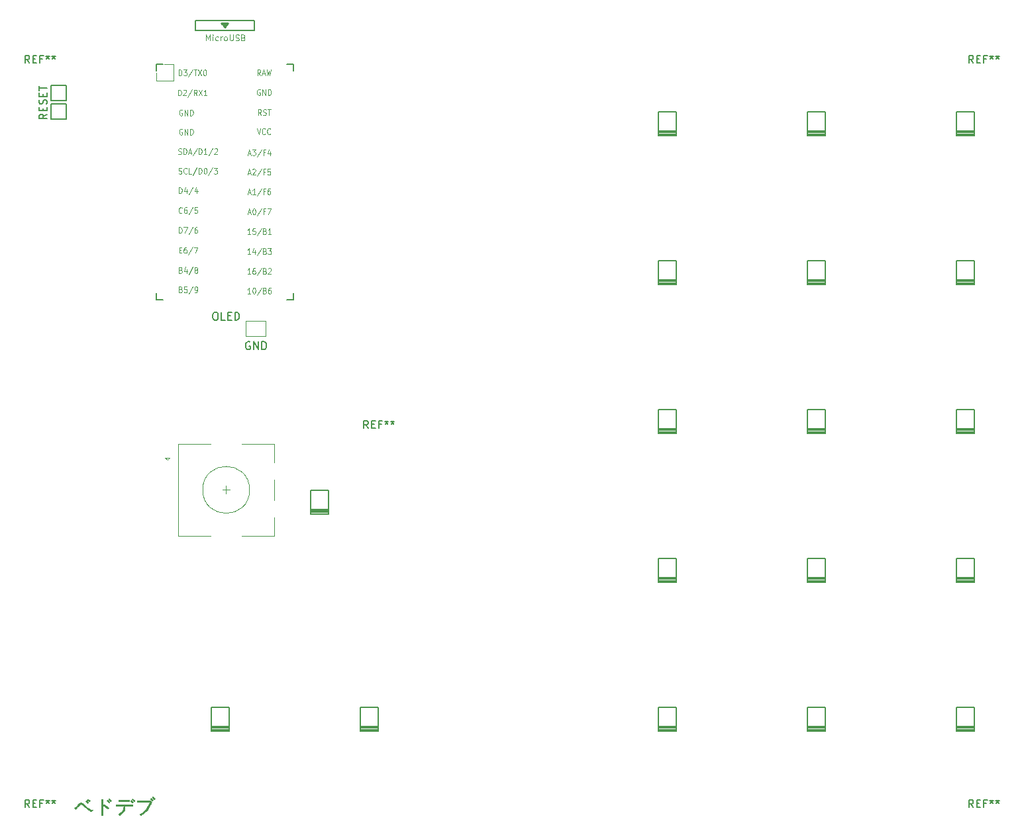
<source format=gbr>
%TF.GenerationSoftware,KiCad,Pcbnew,(5.1.10)-1*%
%TF.CreationDate,2021-07-10T22:05:52+03:00*%
%TF.ProjectId,BedoPadPcb,4265646f-5061-4645-9063-622e6b696361,rev?*%
%TF.SameCoordinates,Original*%
%TF.FileFunction,Legend,Top*%
%TF.FilePolarity,Positive*%
%FSLAX46Y46*%
G04 Gerber Fmt 4.6, Leading zero omitted, Abs format (unit mm)*
G04 Created by KiCad (PCBNEW (5.1.10)-1) date 2021-07-10 22:05:52*
%MOMM*%
%LPD*%
G01*
G04 APERTURE LIST*
%ADD10C,0.120000*%
%ADD11C,0.150000*%
%ADD12C,0.010000*%
%ADD13C,0.203200*%
%ADD14C,0.125000*%
G04 APERTURE END LIST*
D10*
X41910000Y-55626000D02*
X41910000Y-54610000D01*
X44069000Y-53467000D02*
X42926000Y-53467000D01*
X44069000Y-55626000D02*
X44069000Y-53467000D01*
X41910000Y-55626000D02*
X44069000Y-55626000D01*
D11*
X27884380Y-59872380D02*
X27408190Y-60205714D01*
X27884380Y-60443809D02*
X26884380Y-60443809D01*
X26884380Y-60062857D01*
X26932000Y-59967619D01*
X26979619Y-59920000D01*
X27074857Y-59872380D01*
X27217714Y-59872380D01*
X27312952Y-59920000D01*
X27360571Y-59967619D01*
X27408190Y-60062857D01*
X27408190Y-60443809D01*
X27360571Y-59443809D02*
X27360571Y-59110476D01*
X27884380Y-58967619D02*
X27884380Y-59443809D01*
X26884380Y-59443809D01*
X26884380Y-58967619D01*
X27836761Y-58586666D02*
X27884380Y-58443809D01*
X27884380Y-58205714D01*
X27836761Y-58110476D01*
X27789142Y-58062857D01*
X27693904Y-58015238D01*
X27598666Y-58015238D01*
X27503428Y-58062857D01*
X27455809Y-58110476D01*
X27408190Y-58205714D01*
X27360571Y-58396190D01*
X27312952Y-58491428D01*
X27265333Y-58539047D01*
X27170095Y-58586666D01*
X27074857Y-58586666D01*
X26979619Y-58539047D01*
X26932000Y-58491428D01*
X26884380Y-58396190D01*
X26884380Y-58158095D01*
X26932000Y-58015238D01*
X27360571Y-57586666D02*
X27360571Y-57253333D01*
X27884380Y-57110476D02*
X27884380Y-57586666D01*
X26884380Y-57586666D01*
X26884380Y-57110476D01*
X26884380Y-56824761D02*
X26884380Y-56253333D01*
X27884380Y-56539047D02*
X26884380Y-56539047D01*
X53848095Y-89035000D02*
X53752857Y-88987380D01*
X53610000Y-88987380D01*
X53467142Y-89035000D01*
X53371904Y-89130238D01*
X53324285Y-89225476D01*
X53276666Y-89415952D01*
X53276666Y-89558809D01*
X53324285Y-89749285D01*
X53371904Y-89844523D01*
X53467142Y-89939761D01*
X53610000Y-89987380D01*
X53705238Y-89987380D01*
X53848095Y-89939761D01*
X53895714Y-89892142D01*
X53895714Y-89558809D01*
X53705238Y-89558809D01*
X54324285Y-89987380D02*
X54324285Y-88987380D01*
X54895714Y-89987380D01*
X54895714Y-88987380D01*
X55371904Y-89987380D02*
X55371904Y-88987380D01*
X55610000Y-88987380D01*
X55752857Y-89035000D01*
X55848095Y-89130238D01*
X55895714Y-89225476D01*
X55943333Y-89415952D01*
X55943333Y-89558809D01*
X55895714Y-89749285D01*
X55848095Y-89844523D01*
X55752857Y-89939761D01*
X55610000Y-89987380D01*
X55371904Y-89987380D01*
D10*
X53340000Y-88265000D02*
X53340000Y-86360000D01*
X55880000Y-88265000D02*
X53340000Y-88265000D01*
X55880000Y-86360000D02*
X55880000Y-88265000D01*
X53340000Y-86360000D02*
X55880000Y-86360000D01*
D12*
%TO.C,G\u002A\u002A\u002A*%
G36*
X41437142Y-147237652D02*
G01*
X41474683Y-147266526D01*
X41523608Y-147308260D01*
X41548639Y-147330811D01*
X41662076Y-147434756D01*
X41615653Y-147483211D01*
X41583892Y-147513976D01*
X41562209Y-147530671D01*
X41559244Y-147531666D01*
X41543780Y-147520409D01*
X41510389Y-147490155D01*
X41464762Y-147446177D01*
X41434972Y-147416498D01*
X41320686Y-147301330D01*
X41360318Y-147264098D01*
X41393053Y-147238085D01*
X41417163Y-147226876D01*
X41417575Y-147226866D01*
X41437142Y-147237652D01*
G37*
X41437142Y-147237652D02*
X41474683Y-147266526D01*
X41523608Y-147308260D01*
X41548639Y-147330811D01*
X41662076Y-147434756D01*
X41615653Y-147483211D01*
X41583892Y-147513976D01*
X41562209Y-147530671D01*
X41559244Y-147531666D01*
X41543780Y-147520409D01*
X41510389Y-147490155D01*
X41464762Y-147446177D01*
X41434972Y-147416498D01*
X41320686Y-147301330D01*
X41360318Y-147264098D01*
X41393053Y-147238085D01*
X41417163Y-147226876D01*
X41417575Y-147226866D01*
X41437142Y-147237652D01*
G36*
X41220659Y-147407830D02*
G01*
X41255177Y-147438272D01*
X41299075Y-147480849D01*
X41345890Y-147528886D01*
X41389161Y-147575707D01*
X41422427Y-147614637D01*
X41439225Y-147639000D01*
X41440099Y-147642209D01*
X41427635Y-147663756D01*
X41397037Y-147692465D01*
X41391100Y-147696991D01*
X41342101Y-147733218D01*
X41218878Y-147604420D01*
X41095655Y-147475621D01*
X41141821Y-147435910D01*
X41176065Y-147409518D01*
X41199947Y-147396491D01*
X41201981Y-147396199D01*
X41220659Y-147407830D01*
G37*
X41220659Y-147407830D02*
X41255177Y-147438272D01*
X41299075Y-147480849D01*
X41345890Y-147528886D01*
X41389161Y-147575707D01*
X41422427Y-147614637D01*
X41439225Y-147639000D01*
X41440099Y-147642209D01*
X41427635Y-147663756D01*
X41397037Y-147692465D01*
X41391100Y-147696991D01*
X41342101Y-147733218D01*
X41218878Y-147604420D01*
X41095655Y-147475621D01*
X41141821Y-147435910D01*
X41176065Y-147409518D01*
X41199947Y-147396491D01*
X41201981Y-147396199D01*
X41220659Y-147407830D01*
G36*
X35852810Y-147457804D02*
G01*
X35888213Y-147486875D01*
X35936319Y-147529199D01*
X35969445Y-147559461D01*
X36090914Y-147671922D01*
X36044539Y-147720327D01*
X36012793Y-147751074D01*
X35991127Y-147767746D01*
X35988177Y-147768733D01*
X35972754Y-147757468D01*
X35939314Y-147727142D01*
X35893463Y-147682964D01*
X35860991Y-147650628D01*
X35743791Y-147532523D01*
X35783964Y-147489761D01*
X35814091Y-147461009D01*
X35834675Y-147447210D01*
X35836057Y-147446999D01*
X35852810Y-147457804D01*
G37*
X35852810Y-147457804D02*
X35888213Y-147486875D01*
X35936319Y-147529199D01*
X35969445Y-147559461D01*
X36090914Y-147671922D01*
X36044539Y-147720327D01*
X36012793Y-147751074D01*
X35991127Y-147767746D01*
X35988177Y-147768733D01*
X35972754Y-147757468D01*
X35939314Y-147727142D01*
X35893463Y-147682964D01*
X35860991Y-147650628D01*
X35743791Y-147532523D01*
X35783964Y-147489761D01*
X35814091Y-147461009D01*
X35834675Y-147447210D01*
X35836057Y-147446999D01*
X35852810Y-147457804D01*
G36*
X38866948Y-147508659D02*
G01*
X38902495Y-147536962D01*
X38947748Y-147576297D01*
X38995725Y-147620252D01*
X39039448Y-147662416D01*
X39071935Y-147696377D01*
X39086208Y-147715722D01*
X39086366Y-147716690D01*
X39074072Y-147733627D01*
X39043896Y-147759810D01*
X39038053Y-147764217D01*
X38989740Y-147799936D01*
X38867584Y-147676960D01*
X38745428Y-147553983D01*
X38788301Y-147525891D01*
X38824219Y-147505738D01*
X38848084Y-147497800D01*
X38866948Y-147508659D01*
G37*
X38866948Y-147508659D02*
X38902495Y-147536962D01*
X38947748Y-147576297D01*
X38995725Y-147620252D01*
X39039448Y-147662416D01*
X39071935Y-147696377D01*
X39086208Y-147715722D01*
X39086366Y-147716690D01*
X39074072Y-147733627D01*
X39043896Y-147759810D01*
X39038053Y-147764217D01*
X38989740Y-147799936D01*
X38867584Y-147676960D01*
X38745428Y-147553983D01*
X38788301Y-147525891D01*
X38824219Y-147505738D01*
X38848084Y-147497800D01*
X38866948Y-147508659D01*
G36*
X38420030Y-147717933D02*
G01*
X38418893Y-147802600D01*
X37037433Y-147802600D01*
X37037433Y-147633266D01*
X38421166Y-147633266D01*
X38420030Y-147717933D01*
G37*
X38420030Y-147717933D02*
X38418893Y-147802600D01*
X37037433Y-147802600D01*
X37037433Y-147633266D01*
X38421166Y-147633266D01*
X38420030Y-147717933D01*
G36*
X33133865Y-147525769D02*
G01*
X33168549Y-147555434D01*
X33215557Y-147598562D01*
X33246276Y-147627832D01*
X33363426Y-147740930D01*
X33317661Y-147788698D01*
X33286299Y-147818711D01*
X33265110Y-147834059D01*
X33262365Y-147834621D01*
X33247176Y-147822573D01*
X33213716Y-147791511D01*
X33167436Y-147746593D01*
X33129699Y-147709035D01*
X33006566Y-147585295D01*
X33056113Y-147550014D01*
X33091989Y-147526589D01*
X33115576Y-147515000D01*
X33117393Y-147514733D01*
X33133865Y-147525769D01*
G37*
X33133865Y-147525769D02*
X33168549Y-147555434D01*
X33215557Y-147598562D01*
X33246276Y-147627832D01*
X33363426Y-147740930D01*
X33317661Y-147788698D01*
X33286299Y-147818711D01*
X33265110Y-147834059D01*
X33262365Y-147834621D01*
X33247176Y-147822573D01*
X33213716Y-147791511D01*
X33167436Y-147746593D01*
X33129699Y-147709035D01*
X33006566Y-147585295D01*
X33056113Y-147550014D01*
X33091989Y-147526589D01*
X33115576Y-147515000D01*
X33117393Y-147514733D01*
X33133865Y-147525769D01*
G36*
X35757149Y-147743164D02*
G01*
X35809090Y-147796755D01*
X35849310Y-147842419D01*
X35873234Y-147874678D01*
X35877531Y-147887216D01*
X35857871Y-147906885D01*
X35823453Y-147933219D01*
X35821954Y-147934254D01*
X35775900Y-147965885D01*
X35653534Y-147836226D01*
X35531169Y-147706566D01*
X35579207Y-147660543D01*
X35627246Y-147614519D01*
X35757149Y-147743164D01*
G37*
X35757149Y-147743164D02*
X35809090Y-147796755D01*
X35849310Y-147842419D01*
X35873234Y-147874678D01*
X35877531Y-147887216D01*
X35857871Y-147906885D01*
X35823453Y-147933219D01*
X35821954Y-147934254D01*
X35775900Y-147965885D01*
X35653534Y-147836226D01*
X35531169Y-147706566D01*
X35579207Y-147660543D01*
X35627246Y-147614519D01*
X35757149Y-147743164D01*
G36*
X38751267Y-147783459D02*
G01*
X38874700Y-147901259D01*
X38833648Y-147945062D01*
X38803762Y-147974188D01*
X38783945Y-147988549D01*
X38782424Y-147988866D01*
X38767030Y-147977535D01*
X38733604Y-147946970D01*
X38687626Y-147902312D01*
X38651576Y-147866100D01*
X38530900Y-147743333D01*
X38579367Y-147704496D01*
X38627834Y-147665660D01*
X38751267Y-147783459D01*
G37*
X38751267Y-147783459D02*
X38874700Y-147901259D01*
X38833648Y-147945062D01*
X38803762Y-147974188D01*
X38783945Y-147988549D01*
X38782424Y-147988866D01*
X38767030Y-147977535D01*
X38733604Y-147946970D01*
X38687626Y-147902312D01*
X38651576Y-147866100D01*
X38530900Y-147743333D01*
X38579367Y-147704496D01*
X38627834Y-147665660D01*
X38751267Y-147783459D01*
G36*
X32970028Y-147749103D02*
G01*
X33016419Y-147789050D01*
X33065066Y-147835985D01*
X33109427Y-147882915D01*
X33142961Y-147922847D01*
X33159124Y-147948786D01*
X33159699Y-147951864D01*
X33147890Y-147968122D01*
X33120045Y-147993757D01*
X33087537Y-148019477D01*
X33061739Y-148035987D01*
X33054552Y-148037783D01*
X33041573Y-148025526D01*
X33010447Y-147993941D01*
X32966315Y-147948288D01*
X32930314Y-147910649D01*
X32810994Y-147785397D01*
X32857350Y-147740985D01*
X32903705Y-147696574D01*
X32970028Y-147749103D01*
G37*
X32970028Y-147749103D02*
X33016419Y-147789050D01*
X33065066Y-147835985D01*
X33109427Y-147882915D01*
X33142961Y-147922847D01*
X33159124Y-147948786D01*
X33159699Y-147951864D01*
X33147890Y-147968122D01*
X33120045Y-147993757D01*
X33087537Y-148019477D01*
X33061739Y-148035987D01*
X33054552Y-148037783D01*
X33041573Y-148025526D01*
X33010447Y-147993941D01*
X32966315Y-147948288D01*
X32930314Y-147910649D01*
X32810994Y-147785397D01*
X32857350Y-147740985D01*
X32903705Y-147696574D01*
X32970028Y-147749103D01*
G36*
X35232269Y-148237397D02*
G01*
X35287222Y-148268025D01*
X35356182Y-148310980D01*
X35433793Y-148362408D01*
X35514698Y-148418453D01*
X35593540Y-148475261D01*
X35664963Y-148528977D01*
X35723610Y-148575745D01*
X35764123Y-148611711D01*
X35780874Y-148632195D01*
X35771409Y-148647558D01*
X35744282Y-148675135D01*
X35708852Y-148706724D01*
X35674480Y-148734124D01*
X35650526Y-148749134D01*
X35646463Y-148749965D01*
X35631675Y-148739404D01*
X35597443Y-148712017D01*
X35550117Y-148672924D01*
X35530366Y-148656355D01*
X35470445Y-148608404D01*
X35392995Y-148549995D01*
X35308863Y-148489163D01*
X35242500Y-148443110D01*
X35175790Y-148396486D01*
X35121247Y-148355685D01*
X35084041Y-148324776D01*
X35069341Y-148307825D01*
X35069349Y-148306872D01*
X35081844Y-148283648D01*
X35106270Y-148247568D01*
X35109919Y-148242584D01*
X35145839Y-148193999D01*
X35232269Y-148237397D01*
G37*
X35232269Y-148237397D02*
X35287222Y-148268025D01*
X35356182Y-148310980D01*
X35433793Y-148362408D01*
X35514698Y-148418453D01*
X35593540Y-148475261D01*
X35664963Y-148528977D01*
X35723610Y-148575745D01*
X35764123Y-148611711D01*
X35780874Y-148632195D01*
X35771409Y-148647558D01*
X35744282Y-148675135D01*
X35708852Y-148706724D01*
X35674480Y-148734124D01*
X35650526Y-148749134D01*
X35646463Y-148749965D01*
X35631675Y-148739404D01*
X35597443Y-148712017D01*
X35550117Y-148672924D01*
X35530366Y-148656355D01*
X35470445Y-148608404D01*
X35392995Y-148549995D01*
X35308863Y-148489163D01*
X35242500Y-148443110D01*
X35175790Y-148396486D01*
X35121247Y-148355685D01*
X35084041Y-148324776D01*
X35069341Y-148307825D01*
X35069349Y-148306872D01*
X35081844Y-148283648D01*
X35106270Y-148247568D01*
X35109919Y-148242584D01*
X35145839Y-148193999D01*
X35232269Y-148237397D01*
G36*
X32251820Y-147968326D02*
G01*
X32273754Y-147978446D01*
X32317172Y-148002472D01*
X32373287Y-148039689D01*
X32444800Y-148092119D01*
X32534411Y-148161788D01*
X32644821Y-148250721D01*
X32727900Y-148318891D01*
X32919644Y-148472971D01*
X33091696Y-148602351D01*
X33246044Y-148708346D01*
X33384675Y-148792275D01*
X33509580Y-148855453D01*
X33584540Y-148886085D01*
X33640076Y-148906884D01*
X33681697Y-148923306D01*
X33700469Y-148931825D01*
X33700510Y-148931857D01*
X33694455Y-148946132D01*
X33670294Y-148975099D01*
X33635553Y-149011315D01*
X33597756Y-149047336D01*
X33564428Y-149075717D01*
X33543095Y-149089014D01*
X33541407Y-149089248D01*
X33516753Y-149080865D01*
X33477082Y-149060339D01*
X33464499Y-149052910D01*
X33338729Y-148974136D01*
X33215538Y-148891943D01*
X33088785Y-148801912D01*
X32952326Y-148699620D01*
X32800018Y-148580647D01*
X32724377Y-148520252D01*
X32625246Y-148441403D01*
X32530875Y-148367721D01*
X32445598Y-148302488D01*
X32373754Y-148248980D01*
X32319677Y-148210479D01*
X32288640Y-148190749D01*
X32241505Y-148167809D01*
X32210435Y-148160896D01*
X32182650Y-148168290D01*
X32169787Y-148174765D01*
X32145937Y-148193136D01*
X32102339Y-148232227D01*
X32042789Y-148288414D01*
X31971082Y-148358072D01*
X31891013Y-148437577D01*
X31829185Y-148500034D01*
X31747518Y-148582688D01*
X31673555Y-148656696D01*
X31610620Y-148718801D01*
X31562034Y-148765749D01*
X31531121Y-148794284D01*
X31521365Y-148801666D01*
X31504129Y-148790704D01*
X31471027Y-148762270D01*
X31437874Y-148730898D01*
X31365766Y-148660129D01*
X31454166Y-148601272D01*
X31492720Y-148571528D01*
X31549871Y-148522091D01*
X31620611Y-148457558D01*
X31699933Y-148382522D01*
X31782829Y-148301579D01*
X31806597Y-148277883D01*
X31912735Y-148173607D01*
X32002206Y-148090038D01*
X32073418Y-148028581D01*
X32124783Y-147990644D01*
X32141638Y-147981329D01*
X32187335Y-147962501D01*
X32218708Y-147958284D01*
X32251820Y-147968326D01*
G37*
X32251820Y-147968326D02*
X32273754Y-147978446D01*
X32317172Y-148002472D01*
X32373287Y-148039689D01*
X32444800Y-148092119D01*
X32534411Y-148161788D01*
X32644821Y-148250721D01*
X32727900Y-148318891D01*
X32919644Y-148472971D01*
X33091696Y-148602351D01*
X33246044Y-148708346D01*
X33384675Y-148792275D01*
X33509580Y-148855453D01*
X33584540Y-148886085D01*
X33640076Y-148906884D01*
X33681697Y-148923306D01*
X33700469Y-148931825D01*
X33700510Y-148931857D01*
X33694455Y-148946132D01*
X33670294Y-148975099D01*
X33635553Y-149011315D01*
X33597756Y-149047336D01*
X33564428Y-149075717D01*
X33543095Y-149089014D01*
X33541407Y-149089248D01*
X33516753Y-149080865D01*
X33477082Y-149060339D01*
X33464499Y-149052910D01*
X33338729Y-148974136D01*
X33215538Y-148891943D01*
X33088785Y-148801912D01*
X32952326Y-148699620D01*
X32800018Y-148580647D01*
X32724377Y-148520252D01*
X32625246Y-148441403D01*
X32530875Y-148367721D01*
X32445598Y-148302488D01*
X32373754Y-148248980D01*
X32319677Y-148210479D01*
X32288640Y-148190749D01*
X32241505Y-148167809D01*
X32210435Y-148160896D01*
X32182650Y-148168290D01*
X32169787Y-148174765D01*
X32145937Y-148193136D01*
X32102339Y-148232227D01*
X32042789Y-148288414D01*
X31971082Y-148358072D01*
X31891013Y-148437577D01*
X31829185Y-148500034D01*
X31747518Y-148582688D01*
X31673555Y-148656696D01*
X31610620Y-148718801D01*
X31562034Y-148765749D01*
X31531121Y-148794284D01*
X31521365Y-148801666D01*
X31504129Y-148790704D01*
X31471027Y-148762270D01*
X31437874Y-148730898D01*
X31365766Y-148660129D01*
X31454166Y-148601272D01*
X31492720Y-148571528D01*
X31549871Y-148522091D01*
X31620611Y-148457558D01*
X31699933Y-148382522D01*
X31782829Y-148301579D01*
X31806597Y-148277883D01*
X31912735Y-148173607D01*
X32002206Y-148090038D01*
X32073418Y-148028581D01*
X32124783Y-147990644D01*
X32141638Y-147981329D01*
X32187335Y-147962501D01*
X32218708Y-147958284D01*
X32251820Y-147968326D01*
G36*
X38781566Y-148360855D02*
G01*
X38320133Y-148365361D01*
X37858700Y-148369866D01*
X37847641Y-148513800D01*
X37819506Y-148717090D01*
X37767086Y-148898935D01*
X37688742Y-149063070D01*
X37582834Y-149213231D01*
X37502123Y-149301440D01*
X37449054Y-149350386D01*
X37384634Y-149403781D01*
X37316928Y-149455580D01*
X37254002Y-149499733D01*
X37203922Y-149530195D01*
X37185936Y-149538506D01*
X37162160Y-149532529D01*
X37124269Y-149508683D01*
X37096700Y-149486274D01*
X37062431Y-149451950D01*
X37045435Y-149426807D01*
X37046782Y-149418409D01*
X37069350Y-149406438D01*
X37112130Y-149382139D01*
X37166259Y-149350553D01*
X37171475Y-149347472D01*
X37301179Y-149252848D01*
X37417659Y-149132959D01*
X37517278Y-148994085D01*
X37596398Y-148842506D01*
X37651383Y-148684501D01*
X37678597Y-148526350D01*
X37680900Y-148467908D01*
X37680900Y-148361400D01*
X36698766Y-148361400D01*
X36698766Y-148209000D01*
X38781566Y-148209000D01*
X38781566Y-148360855D01*
G37*
X38781566Y-148360855D02*
X38320133Y-148365361D01*
X37858700Y-148369866D01*
X37847641Y-148513800D01*
X37819506Y-148717090D01*
X37767086Y-148898935D01*
X37688742Y-149063070D01*
X37582834Y-149213231D01*
X37502123Y-149301440D01*
X37449054Y-149350386D01*
X37384634Y-149403781D01*
X37316928Y-149455580D01*
X37254002Y-149499733D01*
X37203922Y-149530195D01*
X37185936Y-149538506D01*
X37162160Y-149532529D01*
X37124269Y-149508683D01*
X37096700Y-149486274D01*
X37062431Y-149451950D01*
X37045435Y-149426807D01*
X37046782Y-149418409D01*
X37069350Y-149406438D01*
X37112130Y-149382139D01*
X37166259Y-149350553D01*
X37171475Y-149347472D01*
X37301179Y-149252848D01*
X37417659Y-149132959D01*
X37517278Y-148994085D01*
X37596398Y-148842506D01*
X37651383Y-148684501D01*
X37678597Y-148526350D01*
X37680900Y-148467908D01*
X37680900Y-148361400D01*
X36698766Y-148361400D01*
X36698766Y-148209000D01*
X38781566Y-148209000D01*
X38781566Y-148360855D01*
G36*
X41125502Y-147742213D02*
G01*
X41158325Y-147761229D01*
X41202578Y-147798874D01*
X41203033Y-147799280D01*
X41279233Y-147867385D01*
X41248639Y-147915426D01*
X41223770Y-147959677D01*
X41195065Y-148017967D01*
X41181508Y-148048133D01*
X41117711Y-148188498D01*
X41045502Y-148334852D01*
X40969968Y-148477561D01*
X40896194Y-148606990D01*
X40833882Y-148706606D01*
X40751144Y-148820349D01*
X40649485Y-148943573D01*
X40537399Y-149067010D01*
X40423380Y-149181389D01*
X40315921Y-149277441D01*
X40296087Y-149293538D01*
X40237154Y-149338146D01*
X40167639Y-149387243D01*
X40093672Y-149436921D01*
X40021383Y-149483269D01*
X39956902Y-149522378D01*
X39906358Y-149550337D01*
X39875880Y-149563237D01*
X39872605Y-149563666D01*
X39850603Y-149551312D01*
X39817847Y-149519732D01*
X39796948Y-149495152D01*
X39767480Y-149455573D01*
X39750613Y-149428190D01*
X39748958Y-149420989D01*
X39766339Y-149410901D01*
X39804688Y-149390736D01*
X39841314Y-149372113D01*
X39969845Y-149299136D01*
X40107211Y-149206542D01*
X40242590Y-149102294D01*
X40365162Y-148994354D01*
X40397075Y-148963188D01*
X40571463Y-148769131D01*
X40722993Y-148558480D01*
X40855622Y-148326604D01*
X40894840Y-148247320D01*
X40933993Y-148163643D01*
X40970242Y-148082176D01*
X41000749Y-148009522D01*
X41022677Y-147952284D01*
X41033187Y-147917065D01*
X41033699Y-147912280D01*
X41017309Y-147910674D01*
X40970307Y-147909175D01*
X40895949Y-147907814D01*
X40797490Y-147906623D01*
X40678186Y-147905634D01*
X40541291Y-147904880D01*
X40390062Y-147904391D01*
X40227753Y-147904201D01*
X40212433Y-147904200D01*
X39391166Y-147904200D01*
X39391166Y-147751800D01*
X40174333Y-147751652D01*
X40337251Y-147751404D01*
X40492379Y-147750753D01*
X40635885Y-147749744D01*
X40763937Y-147748422D01*
X40872705Y-147746834D01*
X40958358Y-147745024D01*
X41017064Y-147743038D01*
X41042166Y-147741340D01*
X41091114Y-147737143D01*
X41125502Y-147742213D01*
G37*
X41125502Y-147742213D02*
X41158325Y-147761229D01*
X41202578Y-147798874D01*
X41203033Y-147799280D01*
X41279233Y-147867385D01*
X41248639Y-147915426D01*
X41223770Y-147959677D01*
X41195065Y-148017967D01*
X41181508Y-148048133D01*
X41117711Y-148188498D01*
X41045502Y-148334852D01*
X40969968Y-148477561D01*
X40896194Y-148606990D01*
X40833882Y-148706606D01*
X40751144Y-148820349D01*
X40649485Y-148943573D01*
X40537399Y-149067010D01*
X40423380Y-149181389D01*
X40315921Y-149277441D01*
X40296087Y-149293538D01*
X40237154Y-149338146D01*
X40167639Y-149387243D01*
X40093672Y-149436921D01*
X40021383Y-149483269D01*
X39956902Y-149522378D01*
X39906358Y-149550337D01*
X39875880Y-149563237D01*
X39872605Y-149563666D01*
X39850603Y-149551312D01*
X39817847Y-149519732D01*
X39796948Y-149495152D01*
X39767480Y-149455573D01*
X39750613Y-149428190D01*
X39748958Y-149420989D01*
X39766339Y-149410901D01*
X39804688Y-149390736D01*
X39841314Y-149372113D01*
X39969845Y-149299136D01*
X40107211Y-149206542D01*
X40242590Y-149102294D01*
X40365162Y-148994354D01*
X40397075Y-148963188D01*
X40571463Y-148769131D01*
X40722993Y-148558480D01*
X40855622Y-148326604D01*
X40894840Y-148247320D01*
X40933993Y-148163643D01*
X40970242Y-148082176D01*
X41000749Y-148009522D01*
X41022677Y-147952284D01*
X41033187Y-147917065D01*
X41033699Y-147912280D01*
X41017309Y-147910674D01*
X40970307Y-147909175D01*
X40895949Y-147907814D01*
X40797490Y-147906623D01*
X40678186Y-147905634D01*
X40541291Y-147904880D01*
X40390062Y-147904391D01*
X40227753Y-147904201D01*
X40212433Y-147904200D01*
X39391166Y-147904200D01*
X39391166Y-147751800D01*
X40174333Y-147751652D01*
X40337251Y-147751404D01*
X40492379Y-147750753D01*
X40635885Y-147749744D01*
X40763937Y-147748422D01*
X40872705Y-147746834D01*
X40958358Y-147745024D01*
X41017064Y-147743038D01*
X41042166Y-147741340D01*
X41091114Y-147737143D01*
X41125502Y-147742213D01*
G36*
X34925000Y-147522062D02*
G01*
X34976504Y-147530676D01*
X35012541Y-147540135D01*
X35022366Y-147545410D01*
X35023814Y-147563998D01*
X35025023Y-147613461D01*
X35025982Y-147690807D01*
X35026681Y-147793047D01*
X35027108Y-147917189D01*
X35027255Y-148060243D01*
X35027109Y-148219217D01*
X35026660Y-148391120D01*
X35025960Y-148560366D01*
X35021087Y-149563666D01*
X34836100Y-149563666D01*
X34836100Y-147510370D01*
X34925000Y-147522062D01*
G37*
X34925000Y-147522062D02*
X34976504Y-147530676D01*
X35012541Y-147540135D01*
X35022366Y-147545410D01*
X35023814Y-147563998D01*
X35025023Y-147613461D01*
X35025982Y-147690807D01*
X35026681Y-147793047D01*
X35027108Y-147917189D01*
X35027255Y-148060243D01*
X35027109Y-148219217D01*
X35026660Y-148391120D01*
X35025960Y-148560366D01*
X35021087Y-149563666D01*
X34836100Y-149563666D01*
X34836100Y-147510370D01*
X34925000Y-147522062D01*
D13*
%TO.C,D1*%
X61563250Y-108013500D02*
X63849250Y-108013500D01*
X61563250Y-111061500D02*
X61563250Y-108013500D01*
X63849250Y-111061500D02*
X61563250Y-111061500D01*
X63849250Y-108013500D02*
X63849250Y-111061500D01*
D11*
X61606250Y-110837500D02*
X63706250Y-110837500D01*
X63806250Y-110837500D02*
X63706250Y-110837500D01*
X63706250Y-110837500D02*
X63806250Y-110837500D01*
X63806250Y-110637500D02*
X61606250Y-110637500D01*
X61606250Y-110437500D02*
X63806250Y-110437500D01*
D13*
%TO.C,D2*%
X48863250Y-135794750D02*
X51149250Y-135794750D01*
X48863250Y-138842750D02*
X48863250Y-135794750D01*
X51149250Y-138842750D02*
X48863250Y-138842750D01*
X51149250Y-135794750D02*
X51149250Y-138842750D01*
D11*
X48906250Y-138618750D02*
X51006250Y-138618750D01*
X51106250Y-138618750D02*
X51006250Y-138618750D01*
X51006250Y-138618750D02*
X51106250Y-138618750D01*
X51106250Y-138418750D02*
X48906250Y-138418750D01*
X48906250Y-138218750D02*
X51106250Y-138218750D01*
D13*
%TO.C,D3*%
X67913250Y-135794750D02*
X70199250Y-135794750D01*
X67913250Y-138842750D02*
X67913250Y-135794750D01*
X70199250Y-138842750D02*
X67913250Y-138842750D01*
X70199250Y-135794750D02*
X70199250Y-138842750D01*
D11*
X67956250Y-138618750D02*
X70056250Y-138618750D01*
X70156250Y-138618750D02*
X70056250Y-138618750D01*
X70056250Y-138618750D02*
X70156250Y-138618750D01*
X70156250Y-138418750D02*
X67956250Y-138418750D01*
X67956250Y-138218750D02*
X70156250Y-138218750D01*
D13*
%TO.C,D4*%
X106013250Y-59594750D02*
X108299250Y-59594750D01*
X106013250Y-62642750D02*
X106013250Y-59594750D01*
X108299250Y-62642750D02*
X106013250Y-62642750D01*
X108299250Y-59594750D02*
X108299250Y-62642750D01*
D11*
X106056250Y-62418750D02*
X108156250Y-62418750D01*
X108256250Y-62418750D02*
X108156250Y-62418750D01*
X108156250Y-62418750D02*
X108256250Y-62418750D01*
X108256250Y-62218750D02*
X106056250Y-62218750D01*
X106056250Y-62018750D02*
X108256250Y-62018750D01*
D13*
%TO.C,D5*%
X106013250Y-78644750D02*
X108299250Y-78644750D01*
X106013250Y-81692750D02*
X106013250Y-78644750D01*
X108299250Y-81692750D02*
X106013250Y-81692750D01*
X108299250Y-78644750D02*
X108299250Y-81692750D01*
D11*
X106056250Y-81468750D02*
X108156250Y-81468750D01*
X108256250Y-81468750D02*
X108156250Y-81468750D01*
X108156250Y-81468750D02*
X108256250Y-81468750D01*
X108256250Y-81268750D02*
X106056250Y-81268750D01*
X106056250Y-81068750D02*
X108256250Y-81068750D01*
D13*
%TO.C,D6*%
X106013250Y-97694750D02*
X108299250Y-97694750D01*
X106013250Y-100742750D02*
X106013250Y-97694750D01*
X108299250Y-100742750D02*
X106013250Y-100742750D01*
X108299250Y-97694750D02*
X108299250Y-100742750D01*
D11*
X106056250Y-100518750D02*
X108156250Y-100518750D01*
X108256250Y-100518750D02*
X108156250Y-100518750D01*
X108156250Y-100518750D02*
X108256250Y-100518750D01*
X108256250Y-100318750D02*
X106056250Y-100318750D01*
X106056250Y-100118750D02*
X108256250Y-100118750D01*
D13*
%TO.C,D7*%
X106013250Y-116744750D02*
X108299250Y-116744750D01*
X106013250Y-119792750D02*
X106013250Y-116744750D01*
X108299250Y-119792750D02*
X106013250Y-119792750D01*
X108299250Y-116744750D02*
X108299250Y-119792750D01*
D11*
X106056250Y-119568750D02*
X108156250Y-119568750D01*
X108256250Y-119568750D02*
X108156250Y-119568750D01*
X108156250Y-119568750D02*
X108256250Y-119568750D01*
X108256250Y-119368750D02*
X106056250Y-119368750D01*
X106056250Y-119168750D02*
X108256250Y-119168750D01*
D13*
%TO.C,D8*%
X106013250Y-135794750D02*
X108299250Y-135794750D01*
X106013250Y-138842750D02*
X106013250Y-135794750D01*
X108299250Y-138842750D02*
X106013250Y-138842750D01*
X108299250Y-135794750D02*
X108299250Y-138842750D01*
D11*
X106056250Y-138618750D02*
X108156250Y-138618750D01*
X108256250Y-138618750D02*
X108156250Y-138618750D01*
X108156250Y-138618750D02*
X108256250Y-138618750D01*
X108256250Y-138418750D02*
X106056250Y-138418750D01*
X106056250Y-138218750D02*
X108256250Y-138218750D01*
D13*
%TO.C,D9*%
X125063250Y-59594750D02*
X127349250Y-59594750D01*
X125063250Y-62642750D02*
X125063250Y-59594750D01*
X127349250Y-62642750D02*
X125063250Y-62642750D01*
X127349250Y-59594750D02*
X127349250Y-62642750D01*
D11*
X125106250Y-62418750D02*
X127206250Y-62418750D01*
X127306250Y-62418750D02*
X127206250Y-62418750D01*
X127206250Y-62418750D02*
X127306250Y-62418750D01*
X127306250Y-62218750D02*
X125106250Y-62218750D01*
X125106250Y-62018750D02*
X127306250Y-62018750D01*
D13*
%TO.C,D10*%
X125063250Y-78644750D02*
X127349250Y-78644750D01*
X125063250Y-81692750D02*
X125063250Y-78644750D01*
X127349250Y-81692750D02*
X125063250Y-81692750D01*
X127349250Y-78644750D02*
X127349250Y-81692750D01*
D11*
X125106250Y-81468750D02*
X127206250Y-81468750D01*
X127306250Y-81468750D02*
X127206250Y-81468750D01*
X127206250Y-81468750D02*
X127306250Y-81468750D01*
X127306250Y-81268750D02*
X125106250Y-81268750D01*
X125106250Y-81068750D02*
X127306250Y-81068750D01*
D13*
%TO.C,D11*%
X125063250Y-97694750D02*
X127349250Y-97694750D01*
X125063250Y-100742750D02*
X125063250Y-97694750D01*
X127349250Y-100742750D02*
X125063250Y-100742750D01*
X127349250Y-97694750D02*
X127349250Y-100742750D01*
D11*
X125106250Y-100518750D02*
X127206250Y-100518750D01*
X127306250Y-100518750D02*
X127206250Y-100518750D01*
X127206250Y-100518750D02*
X127306250Y-100518750D01*
X127306250Y-100318750D02*
X125106250Y-100318750D01*
X125106250Y-100118750D02*
X127306250Y-100118750D01*
D13*
%TO.C,D12*%
X125063250Y-116744750D02*
X127349250Y-116744750D01*
X125063250Y-119792750D02*
X125063250Y-116744750D01*
X127349250Y-119792750D02*
X125063250Y-119792750D01*
X127349250Y-116744750D02*
X127349250Y-119792750D01*
D11*
X125106250Y-119568750D02*
X127206250Y-119568750D01*
X127306250Y-119568750D02*
X127206250Y-119568750D01*
X127206250Y-119568750D02*
X127306250Y-119568750D01*
X127306250Y-119368750D02*
X125106250Y-119368750D01*
X125106250Y-119168750D02*
X127306250Y-119168750D01*
D13*
%TO.C,D13*%
X125063250Y-135794750D02*
X127349250Y-135794750D01*
X125063250Y-138842750D02*
X125063250Y-135794750D01*
X127349250Y-138842750D02*
X125063250Y-138842750D01*
X127349250Y-135794750D02*
X127349250Y-138842750D01*
D11*
X125106250Y-138618750D02*
X127206250Y-138618750D01*
X127306250Y-138618750D02*
X127206250Y-138618750D01*
X127206250Y-138618750D02*
X127306250Y-138618750D01*
X127306250Y-138418750D02*
X125106250Y-138418750D01*
X125106250Y-138218750D02*
X127306250Y-138218750D01*
D13*
%TO.C,D14*%
X144113250Y-59594750D02*
X146399250Y-59594750D01*
X144113250Y-62642750D02*
X144113250Y-59594750D01*
X146399250Y-62642750D02*
X144113250Y-62642750D01*
X146399250Y-59594750D02*
X146399250Y-62642750D01*
D11*
X144156250Y-62418750D02*
X146256250Y-62418750D01*
X146356250Y-62418750D02*
X146256250Y-62418750D01*
X146256250Y-62418750D02*
X146356250Y-62418750D01*
X146356250Y-62218750D02*
X144156250Y-62218750D01*
X144156250Y-62018750D02*
X146356250Y-62018750D01*
D13*
%TO.C,D15*%
X144113250Y-78644750D02*
X146399250Y-78644750D01*
X144113250Y-81692750D02*
X144113250Y-78644750D01*
X146399250Y-81692750D02*
X144113250Y-81692750D01*
X146399250Y-78644750D02*
X146399250Y-81692750D01*
D11*
X144156250Y-81468750D02*
X146256250Y-81468750D01*
X146356250Y-81468750D02*
X146256250Y-81468750D01*
X146256250Y-81468750D02*
X146356250Y-81468750D01*
X146356250Y-81268750D02*
X144156250Y-81268750D01*
X144156250Y-81068750D02*
X146356250Y-81068750D01*
D13*
%TO.C,D16*%
X144113250Y-97694750D02*
X146399250Y-97694750D01*
X144113250Y-100742750D02*
X144113250Y-97694750D01*
X146399250Y-100742750D02*
X144113250Y-100742750D01*
X146399250Y-97694750D02*
X146399250Y-100742750D01*
D11*
X144156250Y-100518750D02*
X146256250Y-100518750D01*
X146356250Y-100518750D02*
X146256250Y-100518750D01*
X146256250Y-100518750D02*
X146356250Y-100518750D01*
X146356250Y-100318750D02*
X144156250Y-100318750D01*
X144156250Y-100118750D02*
X146356250Y-100118750D01*
D13*
%TO.C,D17*%
X144113250Y-116744750D02*
X146399250Y-116744750D01*
X144113250Y-119792750D02*
X144113250Y-116744750D01*
X146399250Y-119792750D02*
X144113250Y-119792750D01*
X146399250Y-116744750D02*
X146399250Y-119792750D01*
D11*
X144156250Y-119568750D02*
X146256250Y-119568750D01*
X146356250Y-119568750D02*
X146256250Y-119568750D01*
X146256250Y-119568750D02*
X146356250Y-119568750D01*
X146356250Y-119368750D02*
X144156250Y-119368750D01*
X144156250Y-119168750D02*
X146356250Y-119168750D01*
D13*
%TO.C,D18*%
X144113250Y-135794750D02*
X146399250Y-135794750D01*
X144113250Y-138842750D02*
X144113250Y-135794750D01*
X146399250Y-138842750D02*
X144113250Y-138842750D01*
X146399250Y-135794750D02*
X146399250Y-138842750D01*
D11*
X144156250Y-138618750D02*
X146256250Y-138618750D01*
X146356250Y-138618750D02*
X146256250Y-138618750D01*
X146256250Y-138618750D02*
X146356250Y-138618750D01*
X146356250Y-138418750D02*
X144156250Y-138418750D01*
X144156250Y-138218750D02*
X146356250Y-138218750D01*
%TO.C,U1*%
X41891250Y-83656250D02*
X42751250Y-83656250D01*
X59391250Y-83656250D02*
X58541250Y-83656250D01*
X41891250Y-82806250D02*
X41891250Y-83656250D01*
X59391250Y-82756250D02*
X59391250Y-83656250D01*
X41891250Y-53456250D02*
X42691250Y-53456250D01*
X59391250Y-53456250D02*
X58541250Y-53456250D01*
X41891250Y-53456250D02*
X41891250Y-54306250D01*
X59391250Y-53456250D02*
X59391250Y-54306250D01*
X54391250Y-47856250D02*
X54391250Y-49156250D01*
X54391250Y-49156250D02*
X46891250Y-49156250D01*
X46891250Y-49156250D02*
X46891250Y-47856250D01*
X46891250Y-47856250D02*
X54391250Y-47856250D01*
X51141250Y-48206250D02*
X50141250Y-48206250D01*
X50141250Y-48206250D02*
X50641250Y-48856250D01*
X50641250Y-48856250D02*
X51141250Y-48206250D01*
X50991250Y-48356250D02*
X50291250Y-48356250D01*
X50891250Y-48506250D02*
X50391250Y-48506250D01*
X50791250Y-48656250D02*
X50491250Y-48656250D01*
%TO.C,H2*%
X30368750Y-58531250D02*
X28368750Y-58531250D01*
X30368750Y-60531250D02*
X30368750Y-58531250D01*
X28368750Y-60531250D02*
X30368750Y-60531250D01*
X28368750Y-58531250D02*
X28368750Y-60531250D01*
%TO.C,H1*%
X30368750Y-56150000D02*
X28368750Y-56150000D01*
X30368750Y-58150000D02*
X30368750Y-56150000D01*
X28368750Y-58150000D02*
X30368750Y-58150000D01*
X28368750Y-56150000D02*
X28368750Y-58150000D01*
D10*
%TO.C,SW1*%
X50300000Y-107950000D02*
X51300000Y-107950000D01*
X50800000Y-107450000D02*
X50800000Y-108450000D01*
X56900000Y-111450000D02*
X56900000Y-113850000D01*
X56900000Y-106650000D02*
X56900000Y-109250000D01*
X56900000Y-102050000D02*
X56900000Y-104450000D01*
X43600000Y-103850000D02*
X43300000Y-104150000D01*
X43000000Y-103850000D02*
X43600000Y-103850000D01*
X43300000Y-104150000D02*
X43000000Y-103850000D01*
X44700000Y-102050000D02*
X44700000Y-113850000D01*
X48800000Y-102050000D02*
X44700000Y-102050000D01*
X48800000Y-113850000D02*
X44700000Y-113850000D01*
X56900000Y-113850000D02*
X52800000Y-113850000D01*
X52800000Y-102050000D02*
X56900000Y-102050000D01*
X53800000Y-107950000D02*
G75*
G03*
X53800000Y-107950000I-3000000J0D01*
G01*
%TO.C,REF\u002A\u002A*%
D11*
X68961166Y-100075880D02*
X68627833Y-99599690D01*
X68389738Y-100075880D02*
X68389738Y-99075880D01*
X68770690Y-99075880D01*
X68865928Y-99123500D01*
X68913547Y-99171119D01*
X68961166Y-99266357D01*
X68961166Y-99409214D01*
X68913547Y-99504452D01*
X68865928Y-99552071D01*
X68770690Y-99599690D01*
X68389738Y-99599690D01*
X69389738Y-99552071D02*
X69723071Y-99552071D01*
X69865928Y-100075880D02*
X69389738Y-100075880D01*
X69389738Y-99075880D01*
X69865928Y-99075880D01*
X70627833Y-99552071D02*
X70294500Y-99552071D01*
X70294500Y-100075880D02*
X70294500Y-99075880D01*
X70770690Y-99075880D01*
X71294500Y-99075880D02*
X71294500Y-99313976D01*
X71056404Y-99218738D02*
X71294500Y-99313976D01*
X71532595Y-99218738D01*
X71151642Y-99504452D02*
X71294500Y-99313976D01*
X71437357Y-99504452D01*
X72056404Y-99075880D02*
X72056404Y-99313976D01*
X71818309Y-99218738D02*
X72056404Y-99313976D01*
X72294500Y-99218738D01*
X71913547Y-99504452D02*
X72056404Y-99313976D01*
X72199261Y-99504452D01*
X146304166Y-148589880D02*
X145970833Y-148113690D01*
X145732738Y-148589880D02*
X145732738Y-147589880D01*
X146113690Y-147589880D01*
X146208928Y-147637500D01*
X146256547Y-147685119D01*
X146304166Y-147780357D01*
X146304166Y-147923214D01*
X146256547Y-148018452D01*
X146208928Y-148066071D01*
X146113690Y-148113690D01*
X145732738Y-148113690D01*
X146732738Y-148066071D02*
X147066071Y-148066071D01*
X147208928Y-148589880D02*
X146732738Y-148589880D01*
X146732738Y-147589880D01*
X147208928Y-147589880D01*
X147970833Y-148066071D02*
X147637500Y-148066071D01*
X147637500Y-148589880D02*
X147637500Y-147589880D01*
X148113690Y-147589880D01*
X148637500Y-147589880D02*
X148637500Y-147827976D01*
X148399404Y-147732738D02*
X148637500Y-147827976D01*
X148875595Y-147732738D01*
X148494642Y-148018452D02*
X148637500Y-147827976D01*
X148780357Y-148018452D01*
X149399404Y-147589880D02*
X149399404Y-147827976D01*
X149161309Y-147732738D02*
X149399404Y-147827976D01*
X149637500Y-147732738D01*
X149256547Y-148018452D02*
X149399404Y-147827976D01*
X149542261Y-148018452D01*
X25654166Y-148589880D02*
X25320833Y-148113690D01*
X25082738Y-148589880D02*
X25082738Y-147589880D01*
X25463690Y-147589880D01*
X25558928Y-147637500D01*
X25606547Y-147685119D01*
X25654166Y-147780357D01*
X25654166Y-147923214D01*
X25606547Y-148018452D01*
X25558928Y-148066071D01*
X25463690Y-148113690D01*
X25082738Y-148113690D01*
X26082738Y-148066071D02*
X26416071Y-148066071D01*
X26558928Y-148589880D02*
X26082738Y-148589880D01*
X26082738Y-147589880D01*
X26558928Y-147589880D01*
X27320833Y-148066071D02*
X26987500Y-148066071D01*
X26987500Y-148589880D02*
X26987500Y-147589880D01*
X27463690Y-147589880D01*
X27987500Y-147589880D02*
X27987500Y-147827976D01*
X27749404Y-147732738D02*
X27987500Y-147827976D01*
X28225595Y-147732738D01*
X27844642Y-148018452D02*
X27987500Y-147827976D01*
X28130357Y-148018452D01*
X28749404Y-147589880D02*
X28749404Y-147827976D01*
X28511309Y-147732738D02*
X28749404Y-147827976D01*
X28987500Y-147732738D01*
X28606547Y-148018452D02*
X28749404Y-147827976D01*
X28892261Y-148018452D01*
X25654166Y-53339880D02*
X25320833Y-52863690D01*
X25082738Y-53339880D02*
X25082738Y-52339880D01*
X25463690Y-52339880D01*
X25558928Y-52387500D01*
X25606547Y-52435119D01*
X25654166Y-52530357D01*
X25654166Y-52673214D01*
X25606547Y-52768452D01*
X25558928Y-52816071D01*
X25463690Y-52863690D01*
X25082738Y-52863690D01*
X26082738Y-52816071D02*
X26416071Y-52816071D01*
X26558928Y-53339880D02*
X26082738Y-53339880D01*
X26082738Y-52339880D01*
X26558928Y-52339880D01*
X27320833Y-52816071D02*
X26987500Y-52816071D01*
X26987500Y-53339880D02*
X26987500Y-52339880D01*
X27463690Y-52339880D01*
X27987500Y-52339880D02*
X27987500Y-52577976D01*
X27749404Y-52482738D02*
X27987500Y-52577976D01*
X28225595Y-52482738D01*
X27844642Y-52768452D02*
X27987500Y-52577976D01*
X28130357Y-52768452D01*
X28749404Y-52339880D02*
X28749404Y-52577976D01*
X28511309Y-52482738D02*
X28749404Y-52577976D01*
X28987500Y-52482738D01*
X28606547Y-52768452D02*
X28749404Y-52577976D01*
X28892261Y-52768452D01*
X146304166Y-53339880D02*
X145970833Y-52863690D01*
X145732738Y-53339880D02*
X145732738Y-52339880D01*
X146113690Y-52339880D01*
X146208928Y-52387500D01*
X146256547Y-52435119D01*
X146304166Y-52530357D01*
X146304166Y-52673214D01*
X146256547Y-52768452D01*
X146208928Y-52816071D01*
X146113690Y-52863690D01*
X145732738Y-52863690D01*
X146732738Y-52816071D02*
X147066071Y-52816071D01*
X147208928Y-53339880D02*
X146732738Y-53339880D01*
X146732738Y-52339880D01*
X147208928Y-52339880D01*
X147970833Y-52816071D02*
X147637500Y-52816071D01*
X147637500Y-53339880D02*
X147637500Y-52339880D01*
X148113690Y-52339880D01*
X148637500Y-52339880D02*
X148637500Y-52577976D01*
X148399404Y-52482738D02*
X148637500Y-52577976D01*
X148875595Y-52482738D01*
X148494642Y-52768452D02*
X148637500Y-52577976D01*
X148780357Y-52768452D01*
X149399404Y-52339880D02*
X149399404Y-52577976D01*
X149161309Y-52482738D02*
X149399404Y-52577976D01*
X149637500Y-52482738D01*
X149256547Y-52768452D02*
X149399404Y-52577976D01*
X149542261Y-52768452D01*
%TO.C,U1*%
D10*
X48244821Y-50445535D02*
X48244821Y-49695535D01*
X48494821Y-50231250D01*
X48744821Y-49695535D01*
X48744821Y-50445535D01*
X49101964Y-50445535D02*
X49101964Y-49945535D01*
X49101964Y-49695535D02*
X49066250Y-49731250D01*
X49101964Y-49766964D01*
X49137678Y-49731250D01*
X49101964Y-49695535D01*
X49101964Y-49766964D01*
X49780535Y-50409821D02*
X49709107Y-50445535D01*
X49566250Y-50445535D01*
X49494821Y-50409821D01*
X49459107Y-50374107D01*
X49423392Y-50302678D01*
X49423392Y-50088392D01*
X49459107Y-50016964D01*
X49494821Y-49981250D01*
X49566250Y-49945535D01*
X49709107Y-49945535D01*
X49780535Y-49981250D01*
X50101964Y-50445535D02*
X50101964Y-49945535D01*
X50101964Y-50088392D02*
X50137678Y-50016964D01*
X50173392Y-49981250D01*
X50244821Y-49945535D01*
X50316250Y-49945535D01*
X50673392Y-50445535D02*
X50601964Y-50409821D01*
X50566250Y-50374107D01*
X50530535Y-50302678D01*
X50530535Y-50088392D01*
X50566250Y-50016964D01*
X50601964Y-49981250D01*
X50673392Y-49945535D01*
X50780535Y-49945535D01*
X50851964Y-49981250D01*
X50887678Y-50016964D01*
X50923392Y-50088392D01*
X50923392Y-50302678D01*
X50887678Y-50374107D01*
X50851964Y-50409821D01*
X50780535Y-50445535D01*
X50673392Y-50445535D01*
X51244821Y-49695535D02*
X51244821Y-50302678D01*
X51280535Y-50374107D01*
X51316250Y-50409821D01*
X51387678Y-50445535D01*
X51530535Y-50445535D01*
X51601964Y-50409821D01*
X51637678Y-50374107D01*
X51673392Y-50302678D01*
X51673392Y-49695535D01*
X51994821Y-50409821D02*
X52101964Y-50445535D01*
X52280535Y-50445535D01*
X52351964Y-50409821D01*
X52387678Y-50374107D01*
X52423392Y-50302678D01*
X52423392Y-50231250D01*
X52387678Y-50159821D01*
X52351964Y-50124107D01*
X52280535Y-50088392D01*
X52137678Y-50052678D01*
X52066250Y-50016964D01*
X52030535Y-49981250D01*
X51994821Y-49909821D01*
X51994821Y-49838392D01*
X52030535Y-49766964D01*
X52066250Y-49731250D01*
X52137678Y-49695535D01*
X52316250Y-49695535D01*
X52423392Y-49731250D01*
X52994821Y-50052678D02*
X53101964Y-50088392D01*
X53137678Y-50124107D01*
X53173392Y-50195535D01*
X53173392Y-50302678D01*
X53137678Y-50374107D01*
X53101964Y-50409821D01*
X53030535Y-50445535D01*
X52744821Y-50445535D01*
X52744821Y-49695535D01*
X52994821Y-49695535D01*
X53066250Y-49731250D01*
X53101964Y-49766964D01*
X53137678Y-49838392D01*
X53137678Y-49909821D01*
X53101964Y-49981250D01*
X53066250Y-50016964D01*
X52994821Y-50052678D01*
X52744821Y-50052678D01*
X48244821Y-50445535D02*
X48244821Y-49695535D01*
X48494821Y-50231250D01*
X48744821Y-49695535D01*
X48744821Y-50445535D01*
X49101964Y-50445535D02*
X49101964Y-49945535D01*
X49101964Y-49695535D02*
X49066250Y-49731250D01*
X49101964Y-49766964D01*
X49137678Y-49731250D01*
X49101964Y-49695535D01*
X49101964Y-49766964D01*
X49780535Y-50409821D02*
X49709107Y-50445535D01*
X49566250Y-50445535D01*
X49494821Y-50409821D01*
X49459107Y-50374107D01*
X49423392Y-50302678D01*
X49423392Y-50088392D01*
X49459107Y-50016964D01*
X49494821Y-49981250D01*
X49566250Y-49945535D01*
X49709107Y-49945535D01*
X49780535Y-49981250D01*
X50101964Y-50445535D02*
X50101964Y-49945535D01*
X50101964Y-50088392D02*
X50137678Y-50016964D01*
X50173392Y-49981250D01*
X50244821Y-49945535D01*
X50316250Y-49945535D01*
X50673392Y-50445535D02*
X50601964Y-50409821D01*
X50566250Y-50374107D01*
X50530535Y-50302678D01*
X50530535Y-50088392D01*
X50566250Y-50016964D01*
X50601964Y-49981250D01*
X50673392Y-49945535D01*
X50780535Y-49945535D01*
X50851964Y-49981250D01*
X50887678Y-50016964D01*
X50923392Y-50088392D01*
X50923392Y-50302678D01*
X50887678Y-50374107D01*
X50851964Y-50409821D01*
X50780535Y-50445535D01*
X50673392Y-50445535D01*
X51244821Y-49695535D02*
X51244821Y-50302678D01*
X51280535Y-50374107D01*
X51316250Y-50409821D01*
X51387678Y-50445535D01*
X51530535Y-50445535D01*
X51601964Y-50409821D01*
X51637678Y-50374107D01*
X51673392Y-50302678D01*
X51673392Y-49695535D01*
X51994821Y-50409821D02*
X52101964Y-50445535D01*
X52280535Y-50445535D01*
X52351964Y-50409821D01*
X52387678Y-50374107D01*
X52423392Y-50302678D01*
X52423392Y-50231250D01*
X52387678Y-50159821D01*
X52351964Y-50124107D01*
X52280535Y-50088392D01*
X52137678Y-50052678D01*
X52066250Y-50016964D01*
X52030535Y-49981250D01*
X51994821Y-49909821D01*
X51994821Y-49838392D01*
X52030535Y-49766964D01*
X52066250Y-49731250D01*
X52137678Y-49695535D01*
X52316250Y-49695535D01*
X52423392Y-49731250D01*
X52994821Y-50052678D02*
X53101964Y-50088392D01*
X53137678Y-50124107D01*
X53173392Y-50195535D01*
X53173392Y-50302678D01*
X53137678Y-50374107D01*
X53101964Y-50409821D01*
X53030535Y-50445535D01*
X52744821Y-50445535D01*
X52744821Y-49695535D01*
X52994821Y-49695535D01*
X53066250Y-49731250D01*
X53101964Y-49766964D01*
X53137678Y-49838392D01*
X53137678Y-49909821D01*
X53101964Y-49981250D01*
X53066250Y-50016964D01*
X52994821Y-50052678D01*
X52744821Y-50052678D01*
D14*
X44995059Y-79802678D02*
X45090773Y-79838392D01*
X45122678Y-79874107D01*
X45154583Y-79945535D01*
X45154583Y-80052678D01*
X45122678Y-80124107D01*
X45090773Y-80159821D01*
X45026964Y-80195535D01*
X44771726Y-80195535D01*
X44771726Y-79445535D01*
X44995059Y-79445535D01*
X45058869Y-79481250D01*
X45090773Y-79516964D01*
X45122678Y-79588392D01*
X45122678Y-79659821D01*
X45090773Y-79731250D01*
X45058869Y-79766964D01*
X44995059Y-79802678D01*
X44771726Y-79802678D01*
X45728869Y-79695535D02*
X45728869Y-80195535D01*
X45569345Y-79409821D02*
X45409821Y-79945535D01*
X45824583Y-79945535D01*
X46558392Y-79409821D02*
X45984107Y-80374107D01*
X46877440Y-79766964D02*
X46813630Y-79731250D01*
X46781726Y-79695535D01*
X46749821Y-79624107D01*
X46749821Y-79588392D01*
X46781726Y-79516964D01*
X46813630Y-79481250D01*
X46877440Y-79445535D01*
X47005059Y-79445535D01*
X47068869Y-79481250D01*
X47100773Y-79516964D01*
X47132678Y-79588392D01*
X47132678Y-79624107D01*
X47100773Y-79695535D01*
X47068869Y-79731250D01*
X47005059Y-79766964D01*
X46877440Y-79766964D01*
X46813630Y-79802678D01*
X46781726Y-79838392D01*
X46749821Y-79909821D01*
X46749821Y-80052678D01*
X46781726Y-80124107D01*
X46813630Y-80159821D01*
X46877440Y-80195535D01*
X47005059Y-80195535D01*
X47068869Y-80159821D01*
X47100773Y-80124107D01*
X47132678Y-80052678D01*
X47132678Y-79909821D01*
X47100773Y-79838392D01*
X47068869Y-79802678D01*
X47005059Y-79766964D01*
X44667678Y-57495535D02*
X44667678Y-56745535D01*
X44827202Y-56745535D01*
X44922916Y-56781250D01*
X44986726Y-56852678D01*
X45018630Y-56924107D01*
X45050535Y-57066964D01*
X45050535Y-57174107D01*
X45018630Y-57316964D01*
X44986726Y-57388392D01*
X44922916Y-57459821D01*
X44827202Y-57495535D01*
X44667678Y-57495535D01*
X45305773Y-56816964D02*
X45337678Y-56781250D01*
X45401488Y-56745535D01*
X45561011Y-56745535D01*
X45624821Y-56781250D01*
X45656726Y-56816964D01*
X45688630Y-56888392D01*
X45688630Y-56959821D01*
X45656726Y-57066964D01*
X45273869Y-57495535D01*
X45688630Y-57495535D01*
X46454345Y-56709821D02*
X45880059Y-57674107D01*
X47060535Y-57495535D02*
X46837202Y-57138392D01*
X46677678Y-57495535D02*
X46677678Y-56745535D01*
X46932916Y-56745535D01*
X46996726Y-56781250D01*
X47028630Y-56816964D01*
X47060535Y-56888392D01*
X47060535Y-56995535D01*
X47028630Y-57066964D01*
X46996726Y-57102678D01*
X46932916Y-57138392D01*
X46677678Y-57138392D01*
X47283869Y-56745535D02*
X47730535Y-57495535D01*
X47730535Y-56745535D02*
X47283869Y-57495535D01*
X48336726Y-57495535D02*
X47953869Y-57495535D01*
X48145297Y-57495535D02*
X48145297Y-56745535D01*
X48081488Y-56852678D01*
X48017678Y-56924107D01*
X47953869Y-56959821D01*
X44995059Y-82302678D02*
X45090773Y-82338392D01*
X45122678Y-82374107D01*
X45154583Y-82445535D01*
X45154583Y-82552678D01*
X45122678Y-82624107D01*
X45090773Y-82659821D01*
X45026964Y-82695535D01*
X44771726Y-82695535D01*
X44771726Y-81945535D01*
X44995059Y-81945535D01*
X45058869Y-81981250D01*
X45090773Y-82016964D01*
X45122678Y-82088392D01*
X45122678Y-82159821D01*
X45090773Y-82231250D01*
X45058869Y-82266964D01*
X44995059Y-82302678D01*
X44771726Y-82302678D01*
X45760773Y-81945535D02*
X45441726Y-81945535D01*
X45409821Y-82302678D01*
X45441726Y-82266964D01*
X45505535Y-82231250D01*
X45665059Y-82231250D01*
X45728869Y-82266964D01*
X45760773Y-82302678D01*
X45792678Y-82374107D01*
X45792678Y-82552678D01*
X45760773Y-82624107D01*
X45728869Y-82659821D01*
X45665059Y-82695535D01*
X45505535Y-82695535D01*
X45441726Y-82659821D01*
X45409821Y-82624107D01*
X46558392Y-81909821D02*
X45984107Y-82874107D01*
X46813630Y-82695535D02*
X46941250Y-82695535D01*
X47005059Y-82659821D01*
X47036964Y-82624107D01*
X47100773Y-82516964D01*
X47132678Y-82374107D01*
X47132678Y-82088392D01*
X47100773Y-82016964D01*
X47068869Y-81981250D01*
X47005059Y-81945535D01*
X46877440Y-81945535D01*
X46813630Y-81981250D01*
X46781726Y-82016964D01*
X46749821Y-82088392D01*
X46749821Y-82266964D01*
X46781726Y-82338392D01*
X46813630Y-82374107D01*
X46877440Y-82409821D01*
X47005059Y-82409821D01*
X47068869Y-82374107D01*
X47100773Y-82338392D01*
X47132678Y-82266964D01*
X45154583Y-72474107D02*
X45122678Y-72509821D01*
X45026964Y-72545535D01*
X44963154Y-72545535D01*
X44867440Y-72509821D01*
X44803630Y-72438392D01*
X44771726Y-72366964D01*
X44739821Y-72224107D01*
X44739821Y-72116964D01*
X44771726Y-71974107D01*
X44803630Y-71902678D01*
X44867440Y-71831250D01*
X44963154Y-71795535D01*
X45026964Y-71795535D01*
X45122678Y-71831250D01*
X45154583Y-71866964D01*
X45728869Y-71795535D02*
X45601250Y-71795535D01*
X45537440Y-71831250D01*
X45505535Y-71866964D01*
X45441726Y-71974107D01*
X45409821Y-72116964D01*
X45409821Y-72402678D01*
X45441726Y-72474107D01*
X45473630Y-72509821D01*
X45537440Y-72545535D01*
X45665059Y-72545535D01*
X45728869Y-72509821D01*
X45760773Y-72474107D01*
X45792678Y-72402678D01*
X45792678Y-72224107D01*
X45760773Y-72152678D01*
X45728869Y-72116964D01*
X45665059Y-72081250D01*
X45537440Y-72081250D01*
X45473630Y-72116964D01*
X45441726Y-72152678D01*
X45409821Y-72224107D01*
X46558392Y-71759821D02*
X45984107Y-72724107D01*
X47100773Y-71795535D02*
X46781726Y-71795535D01*
X46749821Y-72152678D01*
X46781726Y-72116964D01*
X46845535Y-72081250D01*
X47005059Y-72081250D01*
X47068869Y-72116964D01*
X47100773Y-72152678D01*
X47132678Y-72224107D01*
X47132678Y-72402678D01*
X47100773Y-72474107D01*
X47068869Y-72509821D01*
X47005059Y-72545535D01*
X46845535Y-72545535D01*
X46781726Y-72509821D01*
X46749821Y-72474107D01*
X44713630Y-67459821D02*
X44809345Y-67495535D01*
X44968869Y-67495535D01*
X45032678Y-67459821D01*
X45064583Y-67424107D01*
X45096488Y-67352678D01*
X45096488Y-67281250D01*
X45064583Y-67209821D01*
X45032678Y-67174107D01*
X44968869Y-67138392D01*
X44841250Y-67102678D01*
X44777440Y-67066964D01*
X44745535Y-67031250D01*
X44713630Y-66959821D01*
X44713630Y-66888392D01*
X44745535Y-66816964D01*
X44777440Y-66781250D01*
X44841250Y-66745535D01*
X45000773Y-66745535D01*
X45096488Y-66781250D01*
X45766488Y-67424107D02*
X45734583Y-67459821D01*
X45638869Y-67495535D01*
X45575059Y-67495535D01*
X45479345Y-67459821D01*
X45415535Y-67388392D01*
X45383630Y-67316964D01*
X45351726Y-67174107D01*
X45351726Y-67066964D01*
X45383630Y-66924107D01*
X45415535Y-66852678D01*
X45479345Y-66781250D01*
X45575059Y-66745535D01*
X45638869Y-66745535D01*
X45734583Y-66781250D01*
X45766488Y-66816964D01*
X46372678Y-67495535D02*
X46053630Y-67495535D01*
X46053630Y-66745535D01*
X47074583Y-66709821D02*
X46500297Y-67674107D01*
X47297916Y-67495535D02*
X47297916Y-66745535D01*
X47457440Y-66745535D01*
X47553154Y-66781250D01*
X47616964Y-66852678D01*
X47648869Y-66924107D01*
X47680773Y-67066964D01*
X47680773Y-67174107D01*
X47648869Y-67316964D01*
X47616964Y-67388392D01*
X47553154Y-67459821D01*
X47457440Y-67495535D01*
X47297916Y-67495535D01*
X48095535Y-66745535D02*
X48159345Y-66745535D01*
X48223154Y-66781250D01*
X48255059Y-66816964D01*
X48286964Y-66888392D01*
X48318869Y-67031250D01*
X48318869Y-67209821D01*
X48286964Y-67352678D01*
X48255059Y-67424107D01*
X48223154Y-67459821D01*
X48159345Y-67495535D01*
X48095535Y-67495535D01*
X48031726Y-67459821D01*
X47999821Y-67424107D01*
X47967916Y-67352678D01*
X47936011Y-67209821D01*
X47936011Y-67031250D01*
X47967916Y-66888392D01*
X47999821Y-66816964D01*
X48031726Y-66781250D01*
X48095535Y-66745535D01*
X49084583Y-66709821D02*
X48510297Y-67674107D01*
X49244107Y-66745535D02*
X49658869Y-66745535D01*
X49435535Y-67031250D01*
X49531250Y-67031250D01*
X49595059Y-67066964D01*
X49626964Y-67102678D01*
X49658869Y-67174107D01*
X49658869Y-67352678D01*
X49626964Y-67424107D01*
X49595059Y-67459821D01*
X49531250Y-67495535D01*
X49339821Y-67495535D01*
X49276011Y-67459821D01*
X49244107Y-67424107D01*
X44697678Y-64959821D02*
X44793392Y-64995535D01*
X44952916Y-64995535D01*
X45016726Y-64959821D01*
X45048630Y-64924107D01*
X45080535Y-64852678D01*
X45080535Y-64781250D01*
X45048630Y-64709821D01*
X45016726Y-64674107D01*
X44952916Y-64638392D01*
X44825297Y-64602678D01*
X44761488Y-64566964D01*
X44729583Y-64531250D01*
X44697678Y-64459821D01*
X44697678Y-64388392D01*
X44729583Y-64316964D01*
X44761488Y-64281250D01*
X44825297Y-64245535D01*
X44984821Y-64245535D01*
X45080535Y-64281250D01*
X45367678Y-64995535D02*
X45367678Y-64245535D01*
X45527202Y-64245535D01*
X45622916Y-64281250D01*
X45686726Y-64352678D01*
X45718630Y-64424107D01*
X45750535Y-64566964D01*
X45750535Y-64674107D01*
X45718630Y-64816964D01*
X45686726Y-64888392D01*
X45622916Y-64959821D01*
X45527202Y-64995535D01*
X45367678Y-64995535D01*
X46005773Y-64781250D02*
X46324821Y-64781250D01*
X45941964Y-64995535D02*
X46165297Y-64245535D01*
X46388630Y-64995535D01*
X47090535Y-64209821D02*
X46516250Y-65174107D01*
X47313869Y-64995535D02*
X47313869Y-64245535D01*
X47473392Y-64245535D01*
X47569107Y-64281250D01*
X47632916Y-64352678D01*
X47664821Y-64424107D01*
X47696726Y-64566964D01*
X47696726Y-64674107D01*
X47664821Y-64816964D01*
X47632916Y-64888392D01*
X47569107Y-64959821D01*
X47473392Y-64995535D01*
X47313869Y-64995535D01*
X48334821Y-64995535D02*
X47951964Y-64995535D01*
X48143392Y-64995535D02*
X48143392Y-64245535D01*
X48079583Y-64352678D01*
X48015773Y-64424107D01*
X47951964Y-64459821D01*
X49100535Y-64209821D02*
X48526250Y-65174107D01*
X49291964Y-64316964D02*
X49323869Y-64281250D01*
X49387678Y-64245535D01*
X49547202Y-64245535D01*
X49611011Y-64281250D01*
X49642916Y-64316964D01*
X49674821Y-64388392D01*
X49674821Y-64459821D01*
X49642916Y-64566964D01*
X49260059Y-64995535D01*
X49674821Y-64995535D01*
X44771726Y-69995535D02*
X44771726Y-69245535D01*
X44931250Y-69245535D01*
X45026964Y-69281250D01*
X45090773Y-69352678D01*
X45122678Y-69424107D01*
X45154583Y-69566964D01*
X45154583Y-69674107D01*
X45122678Y-69816964D01*
X45090773Y-69888392D01*
X45026964Y-69959821D01*
X44931250Y-69995535D01*
X44771726Y-69995535D01*
X45728869Y-69495535D02*
X45728869Y-69995535D01*
X45569345Y-69209821D02*
X45409821Y-69745535D01*
X45824583Y-69745535D01*
X46558392Y-69209821D02*
X45984107Y-70174107D01*
X47068869Y-69495535D02*
X47068869Y-69995535D01*
X46909345Y-69209821D02*
X46749821Y-69745535D01*
X47164583Y-69745535D01*
X44747440Y-54945535D02*
X44747440Y-54195535D01*
X44906964Y-54195535D01*
X45002678Y-54231250D01*
X45066488Y-54302678D01*
X45098392Y-54374107D01*
X45130297Y-54516964D01*
X45130297Y-54624107D01*
X45098392Y-54766964D01*
X45066488Y-54838392D01*
X45002678Y-54909821D01*
X44906964Y-54945535D01*
X44747440Y-54945535D01*
X45353630Y-54195535D02*
X45768392Y-54195535D01*
X45545059Y-54481250D01*
X45640773Y-54481250D01*
X45704583Y-54516964D01*
X45736488Y-54552678D01*
X45768392Y-54624107D01*
X45768392Y-54802678D01*
X45736488Y-54874107D01*
X45704583Y-54909821D01*
X45640773Y-54945535D01*
X45449345Y-54945535D01*
X45385535Y-54909821D01*
X45353630Y-54874107D01*
X46534107Y-54159821D02*
X45959821Y-55124107D01*
X46661726Y-54195535D02*
X47044583Y-54195535D01*
X46853154Y-54945535D02*
X46853154Y-54195535D01*
X47204107Y-54195535D02*
X47650773Y-54945535D01*
X47650773Y-54195535D02*
X47204107Y-54945535D01*
X48033630Y-54195535D02*
X48097440Y-54195535D01*
X48161250Y-54231250D01*
X48193154Y-54266964D01*
X48225059Y-54338392D01*
X48256964Y-54481250D01*
X48256964Y-54659821D01*
X48225059Y-54802678D01*
X48193154Y-54874107D01*
X48161250Y-54909821D01*
X48097440Y-54945535D01*
X48033630Y-54945535D01*
X47969821Y-54909821D01*
X47937916Y-54874107D01*
X47906011Y-54802678D01*
X47874107Y-54659821D01*
X47874107Y-54481250D01*
X47906011Y-54338392D01*
X47937916Y-54266964D01*
X47969821Y-54231250D01*
X48033630Y-54195535D01*
X45175773Y-61781250D02*
X45111964Y-61745535D01*
X45016250Y-61745535D01*
X44920535Y-61781250D01*
X44856726Y-61852678D01*
X44824821Y-61924107D01*
X44792916Y-62066964D01*
X44792916Y-62174107D01*
X44824821Y-62316964D01*
X44856726Y-62388392D01*
X44920535Y-62459821D01*
X45016250Y-62495535D01*
X45080059Y-62495535D01*
X45175773Y-62459821D01*
X45207678Y-62424107D01*
X45207678Y-62174107D01*
X45080059Y-62174107D01*
X45494821Y-62495535D02*
X45494821Y-61745535D01*
X45877678Y-62495535D01*
X45877678Y-61745535D01*
X46196726Y-62495535D02*
X46196726Y-61745535D01*
X46356250Y-61745535D01*
X46451964Y-61781250D01*
X46515773Y-61852678D01*
X46547678Y-61924107D01*
X46579583Y-62066964D01*
X46579583Y-62174107D01*
X46547678Y-62316964D01*
X46515773Y-62388392D01*
X46451964Y-62459821D01*
X46356250Y-62495535D01*
X46196726Y-62495535D01*
X45175773Y-59331250D02*
X45111964Y-59295535D01*
X45016250Y-59295535D01*
X44920535Y-59331250D01*
X44856726Y-59402678D01*
X44824821Y-59474107D01*
X44792916Y-59616964D01*
X44792916Y-59724107D01*
X44824821Y-59866964D01*
X44856726Y-59938392D01*
X44920535Y-60009821D01*
X45016250Y-60045535D01*
X45080059Y-60045535D01*
X45175773Y-60009821D01*
X45207678Y-59974107D01*
X45207678Y-59724107D01*
X45080059Y-59724107D01*
X45494821Y-60045535D02*
X45494821Y-59295535D01*
X45877678Y-60045535D01*
X45877678Y-59295535D01*
X46196726Y-60045535D02*
X46196726Y-59295535D01*
X46356250Y-59295535D01*
X46451964Y-59331250D01*
X46515773Y-59402678D01*
X46547678Y-59474107D01*
X46579583Y-59616964D01*
X46579583Y-59724107D01*
X46547678Y-59866964D01*
X46515773Y-59938392D01*
X46451964Y-60009821D01*
X46356250Y-60045535D01*
X46196726Y-60045535D01*
X44771726Y-75095535D02*
X44771726Y-74345535D01*
X44931250Y-74345535D01*
X45026964Y-74381250D01*
X45090773Y-74452678D01*
X45122678Y-74524107D01*
X45154583Y-74666964D01*
X45154583Y-74774107D01*
X45122678Y-74916964D01*
X45090773Y-74988392D01*
X45026964Y-75059821D01*
X44931250Y-75095535D01*
X44771726Y-75095535D01*
X45377916Y-74345535D02*
X45824583Y-74345535D01*
X45537440Y-75095535D01*
X46558392Y-74309821D02*
X45984107Y-75274107D01*
X47068869Y-74345535D02*
X46941250Y-74345535D01*
X46877440Y-74381250D01*
X46845535Y-74416964D01*
X46781726Y-74524107D01*
X46749821Y-74666964D01*
X46749821Y-74952678D01*
X46781726Y-75024107D01*
X46813630Y-75059821D01*
X46877440Y-75095535D01*
X47005059Y-75095535D01*
X47068869Y-75059821D01*
X47100773Y-75024107D01*
X47132678Y-74952678D01*
X47132678Y-74774107D01*
X47100773Y-74702678D01*
X47068869Y-74666964D01*
X47005059Y-74631250D01*
X46877440Y-74631250D01*
X46813630Y-74666964D01*
X46781726Y-74702678D01*
X46749821Y-74774107D01*
X44803630Y-77252678D02*
X45026964Y-77252678D01*
X45122678Y-77645535D02*
X44803630Y-77645535D01*
X44803630Y-76895535D01*
X45122678Y-76895535D01*
X45696964Y-76895535D02*
X45569345Y-76895535D01*
X45505535Y-76931250D01*
X45473630Y-76966964D01*
X45409821Y-77074107D01*
X45377916Y-77216964D01*
X45377916Y-77502678D01*
X45409821Y-77574107D01*
X45441726Y-77609821D01*
X45505535Y-77645535D01*
X45633154Y-77645535D01*
X45696964Y-77609821D01*
X45728869Y-77574107D01*
X45760773Y-77502678D01*
X45760773Y-77324107D01*
X45728869Y-77252678D01*
X45696964Y-77216964D01*
X45633154Y-77181250D01*
X45505535Y-77181250D01*
X45441726Y-77216964D01*
X45409821Y-77252678D01*
X45377916Y-77324107D01*
X46526488Y-76859821D02*
X45952202Y-77824107D01*
X46686011Y-76895535D02*
X47132678Y-76895535D01*
X46845535Y-77645535D01*
X53903630Y-80345535D02*
X53520773Y-80345535D01*
X53712202Y-80345535D02*
X53712202Y-79595535D01*
X53648392Y-79702678D01*
X53584583Y-79774107D01*
X53520773Y-79809821D01*
X54477916Y-79595535D02*
X54350297Y-79595535D01*
X54286488Y-79631250D01*
X54254583Y-79666964D01*
X54190773Y-79774107D01*
X54158869Y-79916964D01*
X54158869Y-80202678D01*
X54190773Y-80274107D01*
X54222678Y-80309821D01*
X54286488Y-80345535D01*
X54414107Y-80345535D01*
X54477916Y-80309821D01*
X54509821Y-80274107D01*
X54541726Y-80202678D01*
X54541726Y-80024107D01*
X54509821Y-79952678D01*
X54477916Y-79916964D01*
X54414107Y-79881250D01*
X54286488Y-79881250D01*
X54222678Y-79916964D01*
X54190773Y-79952678D01*
X54158869Y-80024107D01*
X55307440Y-79559821D02*
X54733154Y-80524107D01*
X55754107Y-79952678D02*
X55849821Y-79988392D01*
X55881726Y-80024107D01*
X55913630Y-80095535D01*
X55913630Y-80202678D01*
X55881726Y-80274107D01*
X55849821Y-80309821D01*
X55786011Y-80345535D01*
X55530773Y-80345535D01*
X55530773Y-79595535D01*
X55754107Y-79595535D01*
X55817916Y-79631250D01*
X55849821Y-79666964D01*
X55881726Y-79738392D01*
X55881726Y-79809821D01*
X55849821Y-79881250D01*
X55817916Y-79916964D01*
X55754107Y-79952678D01*
X55530773Y-79952678D01*
X56168869Y-79666964D02*
X56200773Y-79631250D01*
X56264583Y-79595535D01*
X56424107Y-79595535D01*
X56487916Y-79631250D01*
X56519821Y-79666964D01*
X56551726Y-79738392D01*
X56551726Y-79809821D01*
X56519821Y-79916964D01*
X56136964Y-80345535D01*
X56551726Y-80345535D01*
X53903630Y-82845535D02*
X53520773Y-82845535D01*
X53712202Y-82845535D02*
X53712202Y-82095535D01*
X53648392Y-82202678D01*
X53584583Y-82274107D01*
X53520773Y-82309821D01*
X54318392Y-82095535D02*
X54382202Y-82095535D01*
X54446011Y-82131250D01*
X54477916Y-82166964D01*
X54509821Y-82238392D01*
X54541726Y-82381250D01*
X54541726Y-82559821D01*
X54509821Y-82702678D01*
X54477916Y-82774107D01*
X54446011Y-82809821D01*
X54382202Y-82845535D01*
X54318392Y-82845535D01*
X54254583Y-82809821D01*
X54222678Y-82774107D01*
X54190773Y-82702678D01*
X54158869Y-82559821D01*
X54158869Y-82381250D01*
X54190773Y-82238392D01*
X54222678Y-82166964D01*
X54254583Y-82131250D01*
X54318392Y-82095535D01*
X55307440Y-82059821D02*
X54733154Y-83024107D01*
X55754107Y-82452678D02*
X55849821Y-82488392D01*
X55881726Y-82524107D01*
X55913630Y-82595535D01*
X55913630Y-82702678D01*
X55881726Y-82774107D01*
X55849821Y-82809821D01*
X55786011Y-82845535D01*
X55530773Y-82845535D01*
X55530773Y-82095535D01*
X55754107Y-82095535D01*
X55817916Y-82131250D01*
X55849821Y-82166964D01*
X55881726Y-82238392D01*
X55881726Y-82309821D01*
X55849821Y-82381250D01*
X55817916Y-82416964D01*
X55754107Y-82452678D01*
X55530773Y-82452678D01*
X56487916Y-82095535D02*
X56360297Y-82095535D01*
X56296488Y-82131250D01*
X56264583Y-82166964D01*
X56200773Y-82274107D01*
X56168869Y-82416964D01*
X56168869Y-82702678D01*
X56200773Y-82774107D01*
X56232678Y-82809821D01*
X56296488Y-82845535D01*
X56424107Y-82845535D01*
X56487916Y-82809821D01*
X56519821Y-82774107D01*
X56551726Y-82702678D01*
X56551726Y-82524107D01*
X56519821Y-82452678D01*
X56487916Y-82416964D01*
X56424107Y-82381250D01*
X56296488Y-82381250D01*
X56232678Y-82416964D01*
X56200773Y-82452678D01*
X56168869Y-82524107D01*
X53903630Y-77795535D02*
X53520773Y-77795535D01*
X53712202Y-77795535D02*
X53712202Y-77045535D01*
X53648392Y-77152678D01*
X53584583Y-77224107D01*
X53520773Y-77259821D01*
X54477916Y-77295535D02*
X54477916Y-77795535D01*
X54318392Y-77009821D02*
X54158869Y-77545535D01*
X54573630Y-77545535D01*
X55307440Y-77009821D02*
X54733154Y-77974107D01*
X55754107Y-77402678D02*
X55849821Y-77438392D01*
X55881726Y-77474107D01*
X55913630Y-77545535D01*
X55913630Y-77652678D01*
X55881726Y-77724107D01*
X55849821Y-77759821D01*
X55786011Y-77795535D01*
X55530773Y-77795535D01*
X55530773Y-77045535D01*
X55754107Y-77045535D01*
X55817916Y-77081250D01*
X55849821Y-77116964D01*
X55881726Y-77188392D01*
X55881726Y-77259821D01*
X55849821Y-77331250D01*
X55817916Y-77366964D01*
X55754107Y-77402678D01*
X55530773Y-77402678D01*
X56136964Y-77045535D02*
X56551726Y-77045535D01*
X56328392Y-77331250D01*
X56424107Y-77331250D01*
X56487916Y-77366964D01*
X56519821Y-77402678D01*
X56551726Y-77474107D01*
X56551726Y-77652678D01*
X56519821Y-77724107D01*
X56487916Y-77759821D01*
X56424107Y-77795535D01*
X56232678Y-77795535D01*
X56168869Y-77759821D01*
X56136964Y-77724107D01*
X53903630Y-75245535D02*
X53520773Y-75245535D01*
X53712202Y-75245535D02*
X53712202Y-74495535D01*
X53648392Y-74602678D01*
X53584583Y-74674107D01*
X53520773Y-74709821D01*
X54509821Y-74495535D02*
X54190773Y-74495535D01*
X54158869Y-74852678D01*
X54190773Y-74816964D01*
X54254583Y-74781250D01*
X54414107Y-74781250D01*
X54477916Y-74816964D01*
X54509821Y-74852678D01*
X54541726Y-74924107D01*
X54541726Y-75102678D01*
X54509821Y-75174107D01*
X54477916Y-75209821D01*
X54414107Y-75245535D01*
X54254583Y-75245535D01*
X54190773Y-75209821D01*
X54158869Y-75174107D01*
X55307440Y-74459821D02*
X54733154Y-75424107D01*
X55754107Y-74852678D02*
X55849821Y-74888392D01*
X55881726Y-74924107D01*
X55913630Y-74995535D01*
X55913630Y-75102678D01*
X55881726Y-75174107D01*
X55849821Y-75209821D01*
X55786011Y-75245535D01*
X55530773Y-75245535D01*
X55530773Y-74495535D01*
X55754107Y-74495535D01*
X55817916Y-74531250D01*
X55849821Y-74566964D01*
X55881726Y-74638392D01*
X55881726Y-74709821D01*
X55849821Y-74781250D01*
X55817916Y-74816964D01*
X55754107Y-74852678D01*
X55530773Y-74852678D01*
X56551726Y-75245535D02*
X56168869Y-75245535D01*
X56360297Y-75245535D02*
X56360297Y-74495535D01*
X56296488Y-74602678D01*
X56232678Y-74674107D01*
X56168869Y-74709821D01*
X53600535Y-72481250D02*
X53919583Y-72481250D01*
X53536726Y-72695535D02*
X53760059Y-71945535D01*
X53983392Y-72695535D01*
X54334345Y-71945535D02*
X54398154Y-71945535D01*
X54461964Y-71981250D01*
X54493869Y-72016964D01*
X54525773Y-72088392D01*
X54557678Y-72231250D01*
X54557678Y-72409821D01*
X54525773Y-72552678D01*
X54493869Y-72624107D01*
X54461964Y-72659821D01*
X54398154Y-72695535D01*
X54334345Y-72695535D01*
X54270535Y-72659821D01*
X54238630Y-72624107D01*
X54206726Y-72552678D01*
X54174821Y-72409821D01*
X54174821Y-72231250D01*
X54206726Y-72088392D01*
X54238630Y-72016964D01*
X54270535Y-71981250D01*
X54334345Y-71945535D01*
X55323392Y-71909821D02*
X54749107Y-72874107D01*
X55770059Y-72302678D02*
X55546726Y-72302678D01*
X55546726Y-72695535D02*
X55546726Y-71945535D01*
X55865773Y-71945535D01*
X56057202Y-71945535D02*
X56503869Y-71945535D01*
X56216726Y-72695535D01*
X53600535Y-69931250D02*
X53919583Y-69931250D01*
X53536726Y-70145535D02*
X53760059Y-69395535D01*
X53983392Y-70145535D01*
X54557678Y-70145535D02*
X54174821Y-70145535D01*
X54366250Y-70145535D02*
X54366250Y-69395535D01*
X54302440Y-69502678D01*
X54238630Y-69574107D01*
X54174821Y-69609821D01*
X55323392Y-69359821D02*
X54749107Y-70324107D01*
X55770059Y-69752678D02*
X55546726Y-69752678D01*
X55546726Y-70145535D02*
X55546726Y-69395535D01*
X55865773Y-69395535D01*
X56408154Y-69395535D02*
X56280535Y-69395535D01*
X56216726Y-69431250D01*
X56184821Y-69466964D01*
X56121011Y-69574107D01*
X56089107Y-69716964D01*
X56089107Y-70002678D01*
X56121011Y-70074107D01*
X56152916Y-70109821D01*
X56216726Y-70145535D01*
X56344345Y-70145535D01*
X56408154Y-70109821D01*
X56440059Y-70074107D01*
X56471964Y-70002678D01*
X56471964Y-69824107D01*
X56440059Y-69752678D01*
X56408154Y-69716964D01*
X56344345Y-69681250D01*
X56216726Y-69681250D01*
X56152916Y-69716964D01*
X56121011Y-69752678D01*
X56089107Y-69824107D01*
X53600535Y-67431250D02*
X53919583Y-67431250D01*
X53536726Y-67645535D02*
X53760059Y-66895535D01*
X53983392Y-67645535D01*
X54174821Y-66966964D02*
X54206726Y-66931250D01*
X54270535Y-66895535D01*
X54430059Y-66895535D01*
X54493869Y-66931250D01*
X54525773Y-66966964D01*
X54557678Y-67038392D01*
X54557678Y-67109821D01*
X54525773Y-67216964D01*
X54142916Y-67645535D01*
X54557678Y-67645535D01*
X55323392Y-66859821D02*
X54749107Y-67824107D01*
X55770059Y-67252678D02*
X55546726Y-67252678D01*
X55546726Y-67645535D02*
X55546726Y-66895535D01*
X55865773Y-66895535D01*
X56440059Y-66895535D02*
X56121011Y-66895535D01*
X56089107Y-67252678D01*
X56121011Y-67216964D01*
X56184821Y-67181250D01*
X56344345Y-67181250D01*
X56408154Y-67216964D01*
X56440059Y-67252678D01*
X56471964Y-67324107D01*
X56471964Y-67502678D01*
X56440059Y-67574107D01*
X56408154Y-67609821D01*
X56344345Y-67645535D01*
X56184821Y-67645535D01*
X56121011Y-67609821D01*
X56089107Y-67574107D01*
X53600535Y-64931250D02*
X53919583Y-64931250D01*
X53536726Y-65145535D02*
X53760059Y-64395535D01*
X53983392Y-65145535D01*
X54142916Y-64395535D02*
X54557678Y-64395535D01*
X54334345Y-64681250D01*
X54430059Y-64681250D01*
X54493869Y-64716964D01*
X54525773Y-64752678D01*
X54557678Y-64824107D01*
X54557678Y-65002678D01*
X54525773Y-65074107D01*
X54493869Y-65109821D01*
X54430059Y-65145535D01*
X54238630Y-65145535D01*
X54174821Y-65109821D01*
X54142916Y-65074107D01*
X55323392Y-64359821D02*
X54749107Y-65324107D01*
X55770059Y-64752678D02*
X55546726Y-64752678D01*
X55546726Y-65145535D02*
X55546726Y-64395535D01*
X55865773Y-64395535D01*
X56408154Y-64645535D02*
X56408154Y-65145535D01*
X56248630Y-64359821D02*
X56089107Y-64895535D01*
X56503869Y-64895535D01*
X54742916Y-61695535D02*
X54966250Y-62445535D01*
X55189583Y-61695535D01*
X55795773Y-62374107D02*
X55763869Y-62409821D01*
X55668154Y-62445535D01*
X55604345Y-62445535D01*
X55508630Y-62409821D01*
X55444821Y-62338392D01*
X55412916Y-62266964D01*
X55381011Y-62124107D01*
X55381011Y-62016964D01*
X55412916Y-61874107D01*
X55444821Y-61802678D01*
X55508630Y-61731250D01*
X55604345Y-61695535D01*
X55668154Y-61695535D01*
X55763869Y-61731250D01*
X55795773Y-61766964D01*
X56465773Y-62374107D02*
X56433869Y-62409821D01*
X56338154Y-62445535D01*
X56274345Y-62445535D01*
X56178630Y-62409821D01*
X56114821Y-62338392D01*
X56082916Y-62266964D01*
X56051011Y-62124107D01*
X56051011Y-62016964D01*
X56082916Y-61874107D01*
X56114821Y-61802678D01*
X56178630Y-61731250D01*
X56274345Y-61695535D01*
X56338154Y-61695535D01*
X56433869Y-61731250D01*
X56465773Y-61766964D01*
X55269345Y-59995535D02*
X55046011Y-59638392D01*
X54886488Y-59995535D02*
X54886488Y-59245535D01*
X55141726Y-59245535D01*
X55205535Y-59281250D01*
X55237440Y-59316964D01*
X55269345Y-59388392D01*
X55269345Y-59495535D01*
X55237440Y-59566964D01*
X55205535Y-59602678D01*
X55141726Y-59638392D01*
X54886488Y-59638392D01*
X55524583Y-59959821D02*
X55620297Y-59995535D01*
X55779821Y-59995535D01*
X55843630Y-59959821D01*
X55875535Y-59924107D01*
X55907440Y-59852678D01*
X55907440Y-59781250D01*
X55875535Y-59709821D01*
X55843630Y-59674107D01*
X55779821Y-59638392D01*
X55652202Y-59602678D01*
X55588392Y-59566964D01*
X55556488Y-59531250D01*
X55524583Y-59459821D01*
X55524583Y-59388392D01*
X55556488Y-59316964D01*
X55588392Y-59281250D01*
X55652202Y-59245535D01*
X55811726Y-59245535D01*
X55907440Y-59281250D01*
X56098869Y-59245535D02*
X56481726Y-59245535D01*
X56290297Y-59995535D02*
X56290297Y-59245535D01*
X55125773Y-56731250D02*
X55061964Y-56695535D01*
X54966250Y-56695535D01*
X54870535Y-56731250D01*
X54806726Y-56802678D01*
X54774821Y-56874107D01*
X54742916Y-57016964D01*
X54742916Y-57124107D01*
X54774821Y-57266964D01*
X54806726Y-57338392D01*
X54870535Y-57409821D01*
X54966250Y-57445535D01*
X55030059Y-57445535D01*
X55125773Y-57409821D01*
X55157678Y-57374107D01*
X55157678Y-57124107D01*
X55030059Y-57124107D01*
X55444821Y-57445535D02*
X55444821Y-56695535D01*
X55827678Y-57445535D01*
X55827678Y-56695535D01*
X56146726Y-57445535D02*
X56146726Y-56695535D01*
X56306250Y-56695535D01*
X56401964Y-56731250D01*
X56465773Y-56802678D01*
X56497678Y-56874107D01*
X56529583Y-57016964D01*
X56529583Y-57124107D01*
X56497678Y-57266964D01*
X56465773Y-57338392D01*
X56401964Y-57409821D01*
X56306250Y-57445535D01*
X56146726Y-57445535D01*
X55173630Y-54895535D02*
X54950297Y-54538392D01*
X54790773Y-54895535D02*
X54790773Y-54145535D01*
X55046011Y-54145535D01*
X55109821Y-54181250D01*
X55141726Y-54216964D01*
X55173630Y-54288392D01*
X55173630Y-54395535D01*
X55141726Y-54466964D01*
X55109821Y-54502678D01*
X55046011Y-54538392D01*
X54790773Y-54538392D01*
X55428869Y-54681250D02*
X55747916Y-54681250D01*
X55365059Y-54895535D02*
X55588392Y-54145535D01*
X55811726Y-54895535D01*
X55971250Y-54145535D02*
X56130773Y-54895535D01*
X56258392Y-54359821D01*
X56386011Y-54895535D01*
X56545535Y-54145535D01*
%TO.C,OL1*%
D11*
X49347619Y-85214880D02*
X49538095Y-85214880D01*
X49633333Y-85262500D01*
X49728571Y-85357738D01*
X49776190Y-85548214D01*
X49776190Y-85881547D01*
X49728571Y-86072023D01*
X49633333Y-86167261D01*
X49538095Y-86214880D01*
X49347619Y-86214880D01*
X49252380Y-86167261D01*
X49157142Y-86072023D01*
X49109523Y-85881547D01*
X49109523Y-85548214D01*
X49157142Y-85357738D01*
X49252380Y-85262500D01*
X49347619Y-85214880D01*
X50680952Y-86214880D02*
X50204761Y-86214880D01*
X50204761Y-85214880D01*
X51014285Y-85691071D02*
X51347619Y-85691071D01*
X51490476Y-86214880D02*
X51014285Y-86214880D01*
X51014285Y-85214880D01*
X51490476Y-85214880D01*
X51919047Y-86214880D02*
X51919047Y-85214880D01*
X52157142Y-85214880D01*
X52300000Y-85262500D01*
X52395238Y-85357738D01*
X52442857Y-85452976D01*
X52490476Y-85643452D01*
X52490476Y-85786309D01*
X52442857Y-85976785D01*
X52395238Y-86072023D01*
X52300000Y-86167261D01*
X52157142Y-86214880D01*
X51919047Y-86214880D01*
%TD*%
M02*

</source>
